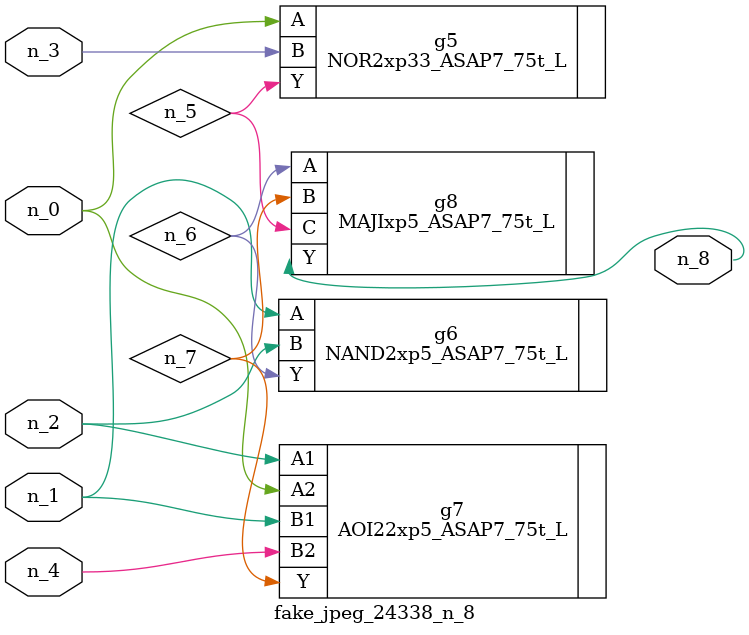
<source format=v>
module fake_jpeg_24338_n_8 (n_3, n_2, n_1, n_0, n_4, n_8);

input n_3;
input n_2;
input n_1;
input n_0;
input n_4;

output n_8;

wire n_6;
wire n_5;
wire n_7;

NOR2xp33_ASAP7_75t_L g5 ( 
.A(n_0),
.B(n_3),
.Y(n_5)
);

NAND2xp5_ASAP7_75t_L g6 ( 
.A(n_1),
.B(n_2),
.Y(n_6)
);

AOI22xp5_ASAP7_75t_L g7 ( 
.A1(n_2),
.A2(n_0),
.B1(n_1),
.B2(n_4),
.Y(n_7)
);

MAJIxp5_ASAP7_75t_L g8 ( 
.A(n_6),
.B(n_7),
.C(n_5),
.Y(n_8)
);


endmodule
</source>
